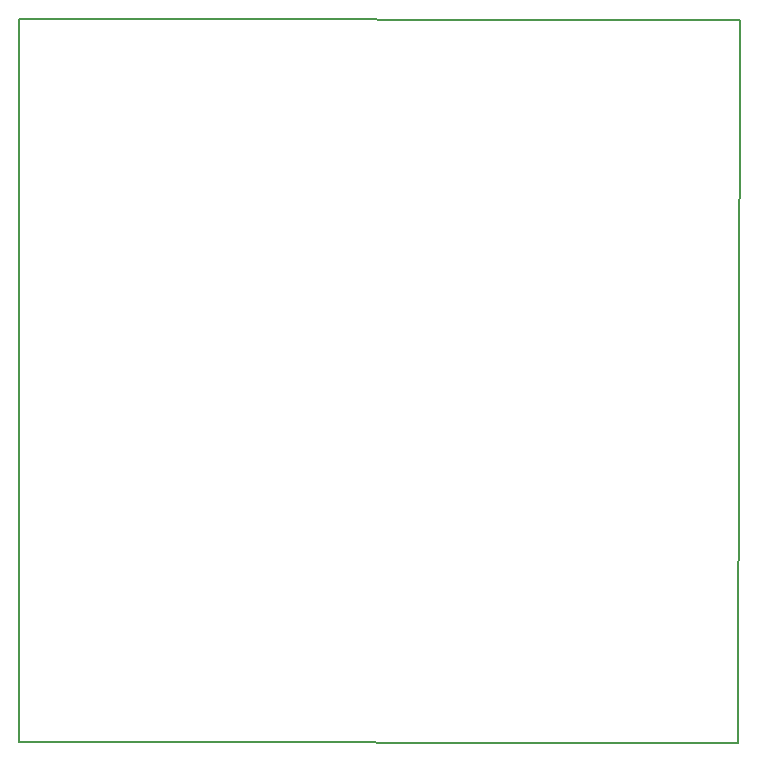
<source format=gbr>
G04 #@! TF.GenerationSoftware,KiCad,Pcbnew,(5.0.1)-rc2*
G04 #@! TF.CreationDate,2018-11-23T18:31:16-07:00*
G04 #@! TF.ProjectId,PowerSupply,506F776572537570706C792E6B696361,rev?*
G04 #@! TF.SameCoordinates,Original*
G04 #@! TF.FileFunction,Profile,NP*
%FSLAX46Y46*%
G04 Gerber Fmt 4.6, Leading zero omitted, Abs format (unit mm)*
G04 Created by KiCad (PCBNEW (5.0.1)-rc2) date 11/23/2018 6:31:16 PM*
%MOMM*%
%LPD*%
G01*
G04 APERTURE LIST*
%ADD10C,0.150000*%
G04 APERTURE END LIST*
D10*
X187198000Y-147756880D02*
X248102120Y-147812760D01*
X187223400Y-86522560D02*
X187223400Y-147731480D01*
X248285000Y-86593680D02*
X187223400Y-86512400D01*
X248097040Y-147797520D02*
X248274840Y-86598760D01*
M02*

</source>
